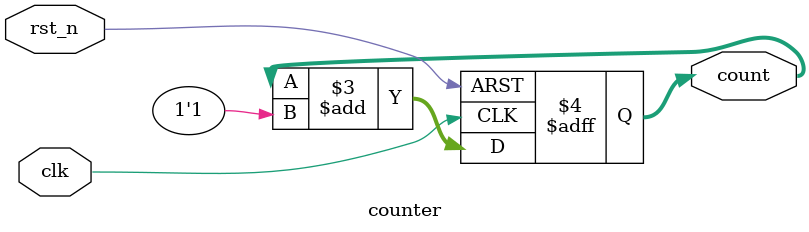
<source format=sv>
module counter (
    input  logic        clk,
    input  logic        rst_n, // active-low reset
    output logic [3:0]  count
);

    always_ff @(posedge clk or negedge rst_n) begin
        if (!rst_n)
            count <= 4'b0000;
        else
            count <= count + 1'b1;
    end

endmodule

</source>
